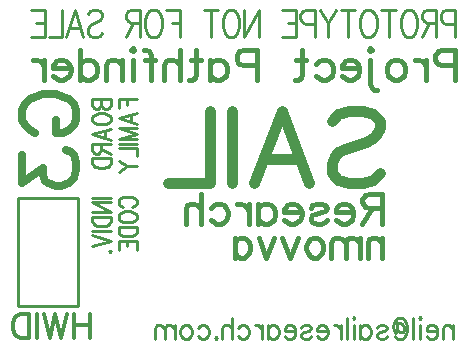
<source format=gbr>
G04 DipTrace 2.4.0.2*
%INBottomSilk.gbr*%
%MOIN*%
%ADD10C,0.0098*%
%ADD29C,0.01*%
%ADD49C,0.0154*%
%ADD133C,0.0278*%
%ADD134C,0.0124*%
%ADD135C,0.0371*%
%ADD136C,0.0108*%
%ADD137C,0.0093*%
%FSLAX44Y44*%
G04*
G70*
G90*
G75*
G01*
%LNBotSilk*%
%LPD*%
X500Y5000D2*
D29*
X2500D1*
Y1400D1*
X500D1*
Y5000D1*
X15096Y9404D2*
D49*
X14665D1*
X14522Y9452D1*
X14474Y9501D1*
X14426Y9596D1*
Y9739D1*
X14474Y9834D1*
X14522Y9883D1*
X14665Y9931D1*
X15096D1*
Y8926D1*
X14117Y9596D2*
Y8926D1*
Y9308D2*
X14069Y9452D1*
X13974Y9548D1*
X13878Y9596D1*
X13734D1*
X13186D2*
X13281Y9548D1*
X13377Y9452D1*
X13425Y9308D1*
Y9213D1*
X13377Y9069D1*
X13281Y8974D1*
X13186Y8926D1*
X13043D1*
X12946Y8974D1*
X12851Y9069D1*
X12803Y9213D1*
Y9308D1*
X12851Y9452D1*
X12946Y9548D1*
X13043Y9596D1*
X13186D1*
X12303Y9932D2*
X12254Y9884D1*
X12206Y9932D1*
X12254Y9979D1*
X12303Y9932D1*
X12254Y9597D2*
Y8783D1*
X12303Y8639D1*
X12398Y8592D1*
X12494D1*
X11898Y9308D2*
X11324D1*
Y9404D1*
X11372Y9501D1*
X11419Y9548D1*
X11515Y9596D1*
X11659D1*
X11754Y9548D1*
X11850Y9452D1*
X11898Y9308D1*
Y9213D1*
X11850Y9069D1*
X11754Y8974D1*
X11659Y8926D1*
X11515D1*
X11419Y8974D1*
X11324Y9069D1*
X10440Y9452D2*
X10537Y9548D1*
X10633Y9596D1*
X10775D1*
X10872Y9548D1*
X10967Y9452D1*
X11015Y9308D1*
Y9213D1*
X10967Y9069D1*
X10872Y8974D1*
X10775Y8926D1*
X10633D1*
X10537Y8974D1*
X10440Y9069D1*
X9988Y9931D2*
Y9117D1*
X9940Y8974D1*
X9844Y8926D1*
X9749D1*
X10132Y9596D2*
X9797D1*
X8468Y9404D2*
X8037D1*
X7895Y9452D1*
X7846Y9501D1*
X7799Y9596D1*
Y9739D1*
X7846Y9834D1*
X7895Y9883D1*
X8037Y9931D1*
X8468D1*
Y8926D1*
X6916Y9596D2*
Y8926D1*
Y9452D2*
X7011Y9548D1*
X7107Y9596D1*
X7250D1*
X7346Y9548D1*
X7441Y9452D1*
X7490Y9308D1*
Y9213D1*
X7441Y9069D1*
X7346Y8974D1*
X7250Y8926D1*
X7107D1*
X7011Y8974D1*
X6916Y9069D1*
X6464Y9931D2*
Y9117D1*
X6416Y8974D1*
X6320Y8926D1*
X6225D1*
X6607Y9596D2*
X6272D1*
X5916Y9931D2*
Y8926D1*
Y9404D2*
X5772Y9548D1*
X5676Y9596D1*
X5532D1*
X5437Y9548D1*
X5390Y9404D1*
Y8926D1*
X4699Y9931D2*
X4794D1*
X4890Y9883D1*
X4937Y9739D1*
Y8926D1*
X5081Y9596D2*
X4746D1*
X4390Y9931D2*
X4342Y9883D1*
X4294Y9931D1*
X4342Y9979D1*
X4390Y9931D1*
X4342Y9596D2*
Y8926D1*
X3985Y9596D2*
Y8926D1*
Y9404D2*
X3841Y9548D1*
X3745Y9596D1*
X3602D1*
X3506Y9548D1*
X3459Y9404D1*
Y8926D1*
X2576Y9931D2*
Y8926D1*
Y9452D2*
X2671Y9548D1*
X2767Y9596D1*
X2911D1*
X3006Y9548D1*
X3102Y9452D1*
X3150Y9308D1*
Y9213D1*
X3102Y9069D1*
X3006Y8974D1*
X2911Y8926D1*
X2767D1*
X2671Y8974D1*
X2576Y9069D1*
X2267Y9308D2*
X1694D1*
Y9404D1*
X1741Y9501D1*
X1789Y9548D1*
X1885Y9596D1*
X2029D1*
X2124Y9548D1*
X2220Y9452D1*
X2267Y9308D1*
Y9213D1*
X2220Y9069D1*
X2124Y8974D1*
X2029Y8926D1*
X1885D1*
X1789Y8974D1*
X1694Y9069D1*
X1385Y9596D2*
Y8926D1*
Y9308D2*
X1336Y9452D1*
X1241Y9548D1*
X1145Y9596D1*
X1001D1*
X15098Y10785D2*
D10*
X14787D1*
X14685Y10828D1*
X14650Y10872D1*
X14615Y10957D1*
Y11087D1*
X14650Y11172D1*
X14685Y11216D1*
X14787Y11259D1*
X15098D1*
Y10354D1*
X14458Y10828D2*
X14148D1*
X14045Y10872D1*
X14010Y10915D1*
X13976Y11000D1*
Y11087D1*
X14010Y11172D1*
X14045Y11216D1*
X14148Y11259D1*
X14458D1*
Y10354D1*
X14217Y10828D2*
X13976Y10354D1*
X13611Y11259D2*
X13680Y11216D1*
X13749Y11129D1*
X13784Y11044D1*
X13818Y10915D1*
Y10699D1*
X13784Y10570D1*
X13749Y10484D1*
X13680Y10398D1*
X13611Y10354D1*
X13474D1*
X13405Y10398D1*
X13336Y10484D1*
X13302Y10570D1*
X13267Y10699D1*
Y10915D1*
X13302Y11044D1*
X13336Y11129D1*
X13405Y11216D1*
X13474Y11259D1*
X13611D1*
X12869D2*
Y10354D1*
X13110Y11259D2*
X12628D1*
X12263D2*
X12332Y11216D1*
X12401Y11129D1*
X12436Y11044D1*
X12470Y10915D1*
Y10699D1*
X12436Y10570D1*
X12401Y10484D1*
X12332Y10398D1*
X12263Y10354D1*
X12125D1*
X12057Y10398D1*
X11988Y10484D1*
X11954Y10570D1*
X11919Y10699D1*
Y10915D1*
X11954Y11044D1*
X11988Y11129D1*
X12057Y11216D1*
X12125Y11259D1*
X12263D1*
X11521D2*
Y10354D1*
X11762Y11259D2*
X11280D1*
X11122D2*
X10847Y10828D1*
Y10354D1*
X10571Y11259D2*
X10847Y10828D1*
X10414Y10785D2*
X10103D1*
X10001Y10828D1*
X9966Y10872D1*
X9932Y10957D1*
Y11087D1*
X9966Y11172D1*
X10001Y11216D1*
X10103Y11259D1*
X10414D1*
Y10354D1*
X9327Y11259D2*
X9774D1*
Y10354D1*
X9327D1*
X9774Y10828D2*
X9499D1*
X8052Y11259D2*
Y10354D1*
X8534Y11259D1*
Y10354D1*
X7688Y11259D2*
X7757Y11216D1*
X7825Y11129D1*
X7860Y11044D1*
X7895Y10915D1*
Y10699D1*
X7860Y10570D1*
X7825Y10484D1*
X7757Y10398D1*
X7688Y10354D1*
X7550D1*
X7481Y10398D1*
X7412Y10484D1*
X7378Y10570D1*
X7344Y10699D1*
Y10915D1*
X7378Y11044D1*
X7412Y11129D1*
X7481Y11216D1*
X7550Y11259D1*
X7688D1*
X6945D2*
Y10354D1*
X7186Y11259D2*
X6704D1*
X5463D2*
X5911D1*
Y10354D1*
Y10828D2*
X5636D1*
X5099Y11259D2*
X5168Y11216D1*
X5237Y11129D1*
X5272Y11044D1*
X5306Y10915D1*
Y10699D1*
X5272Y10570D1*
X5237Y10484D1*
X5168Y10398D1*
X5099Y10354D1*
X4961D1*
X4893Y10398D1*
X4824Y10484D1*
X4789Y10570D1*
X4755Y10699D1*
Y10915D1*
X4789Y11044D1*
X4824Y11129D1*
X4893Y11216D1*
X4961Y11259D1*
X5099D1*
X4598Y10828D2*
X4288D1*
X4185Y10872D1*
X4150Y10915D1*
X4115Y11000D1*
Y11087D1*
X4150Y11172D1*
X4185Y11216D1*
X4288Y11259D1*
X4598D1*
Y10354D1*
X4357Y10828D2*
X4115Y10354D1*
X2841Y11129D2*
X2909Y11216D1*
X3013Y11259D1*
X3150D1*
X3254Y11216D1*
X3323Y11129D1*
Y11044D1*
X3288Y10957D1*
X3254Y10915D1*
X3185Y10872D1*
X2978Y10785D1*
X2909Y10742D1*
X2875Y10699D1*
X2841Y10613D1*
Y10484D1*
X2909Y10398D1*
X3013Y10354D1*
X3150D1*
X3254Y10398D1*
X3323Y10484D1*
X2132Y10354D2*
X2408Y11259D1*
X2683Y10354D1*
X2580Y10656D2*
X2235D1*
X1974Y11259D2*
Y10354D1*
X1561D1*
X956Y11259D2*
X1404D1*
Y10354D1*
X956D1*
X1404Y10828D2*
X1128D1*
X1079Y7158D2*
D133*
X908Y7244D1*
X735Y7417D1*
X649Y7588D1*
Y7932D1*
X735Y8105D1*
X908Y8276D1*
X1079Y8364D1*
X1338Y8449D1*
X1769D1*
X2026Y8364D1*
X2199Y8276D1*
X2370Y8105D1*
X2458Y7932D1*
Y7588D1*
X2370Y7417D1*
X2199Y7244D1*
X2026Y7158D1*
X1769D1*
Y7588D1*
X651Y6429D2*
Y5484D1*
X1340Y5999D1*
Y5741D1*
X1425Y5569D1*
X1511Y5484D1*
X1769Y5396D1*
X1941D1*
X2199Y5484D1*
X2372Y5655D1*
X2458Y5914D1*
Y6172D1*
X2372Y6429D1*
X2285Y6515D1*
X2114Y6602D1*
X2929Y1120D2*
D134*
Y317D1*
X2393Y1120D2*
Y317D1*
X2929Y738D2*
X2393D1*
X2146Y1120D2*
X1954Y317D1*
X1763Y1120D1*
X1572Y317D1*
X1380Y1120D1*
X1133D2*
Y317D1*
X886Y1120D2*
Y317D1*
X618D1*
X503Y356D1*
X426Y432D1*
X388Y509D1*
X350Y623D1*
Y815D1*
X388Y929D1*
X426Y1006D1*
X503Y1082D1*
X618Y1120D1*
X886D1*
X10969Y7544D2*
D135*
X11197Y7775D1*
X11542Y7889D1*
X12001D1*
X12346Y7775D1*
X12576Y7544D1*
Y7316D1*
X12460Y7085D1*
X12346Y6971D1*
X12117Y6857D1*
X11428Y6627D1*
X11197Y6512D1*
X11083Y6396D1*
X10969Y6168D1*
Y5823D1*
X11197Y5595D1*
X11542Y5478D1*
X12001D1*
X12346Y5595D1*
X12576Y5823D1*
X8389Y5478D2*
X9310Y7889D1*
X10228Y5478D1*
X9883Y6282D2*
X8734D1*
X7648Y7889D2*
Y5478D1*
X6907Y7889D2*
Y5478D1*
X5530D1*
X12665Y4651D2*
D49*
X12235D1*
X12091Y4699D1*
X12043Y4747D1*
X11995Y4842D1*
Y4938D1*
X12043Y5033D1*
X12091Y5082D1*
X12235Y5129D1*
X12665D1*
Y4124D1*
X12330Y4651D2*
X11995Y4124D1*
X11686Y4507D2*
X11113D1*
Y4603D1*
X11160Y4699D1*
X11208Y4747D1*
X11304Y4794D1*
X11447D1*
X11543Y4747D1*
X11639Y4651D1*
X11686Y4507D1*
Y4412D1*
X11639Y4268D1*
X11543Y4173D1*
X11447Y4124D1*
X11304D1*
X11208Y4173D1*
X11113Y4268D1*
X10278Y4651D2*
X10325Y4747D1*
X10469Y4794D1*
X10613D1*
X10756Y4747D1*
X10804Y4651D1*
X10756Y4556D1*
X10660Y4507D1*
X10421Y4459D1*
X10325Y4412D1*
X10278Y4316D1*
Y4268D1*
X10325Y4173D1*
X10469Y4124D1*
X10613D1*
X10756Y4173D1*
X10804Y4268D1*
X9969Y4507D2*
X9395D1*
Y4603D1*
X9443Y4699D1*
X9490Y4747D1*
X9586Y4794D1*
X9730D1*
X9825Y4747D1*
X9921Y4651D1*
X9969Y4507D1*
Y4412D1*
X9921Y4268D1*
X9825Y4173D1*
X9730Y4124D1*
X9586D1*
X9490Y4173D1*
X9395Y4268D1*
X8513Y4794D2*
Y4124D1*
Y4651D2*
X8608Y4747D1*
X8704Y4794D1*
X8846D1*
X8943Y4747D1*
X9038Y4651D1*
X9086Y4507D1*
Y4412D1*
X9038Y4268D1*
X8943Y4173D1*
X8846Y4124D1*
X8704D1*
X8608Y4173D1*
X8513Y4268D1*
X8204Y4794D2*
Y4124D1*
Y4507D2*
X8155Y4651D1*
X8060Y4747D1*
X7964Y4794D1*
X7820D1*
X6937Y4651D2*
X7033Y4747D1*
X7129Y4794D1*
X7272D1*
X7368Y4747D1*
X7463Y4651D1*
X7511Y4507D1*
Y4412D1*
X7463Y4268D1*
X7368Y4173D1*
X7272Y4124D1*
X7129D1*
X7033Y4173D1*
X6937Y4268D1*
X6628Y5129D2*
Y4124D1*
Y4603D2*
X6484Y4747D1*
X6388Y4794D1*
X6244D1*
X6149Y4747D1*
X6102Y4603D1*
Y4124D1*
X12661Y3665D2*
Y2995D1*
Y3473D2*
X12532Y3617D1*
X12445Y3665D1*
X12317D1*
X12230Y3617D1*
X12187Y3473D1*
Y2995D1*
X11909Y3665D2*
Y2995D1*
Y3473D2*
X11780Y3617D1*
X11694Y3665D1*
X11565D1*
X11479Y3617D1*
X11436Y3473D1*
Y2995D1*
Y3473D2*
X11307Y3617D1*
X11220Y3665D1*
X11092D1*
X11005Y3617D1*
X10961Y3473D1*
Y2995D1*
X10469Y3665D2*
X10554Y3617D1*
X10641Y3521D1*
X10683Y3377D1*
Y3282D1*
X10641Y3138D1*
X10554Y3043D1*
X10469Y2995D1*
X10339D1*
X10253Y3043D1*
X10167Y3138D1*
X10123Y3282D1*
Y3377D1*
X10167Y3521D1*
X10253Y3617D1*
X10339Y3665D1*
X10469D1*
X9845D2*
X9587Y2995D1*
X9329Y3665D1*
X9051D2*
X8793Y2995D1*
X8535Y3665D1*
X7741D2*
Y2995D1*
Y3521D2*
X7826Y3617D1*
X7913Y3665D1*
X8041D1*
X8128Y3617D1*
X8213Y3521D1*
X8257Y3377D1*
Y3282D1*
X8213Y3138D1*
X8128Y3043D1*
X8041Y2995D1*
X7913D1*
X7826Y3043D1*
X7741Y3138D1*
X15022Y753D2*
D136*
Y284D1*
Y619D2*
X14932Y719D1*
X14871Y753D1*
X14781D1*
X14721Y719D1*
X14691Y619D1*
Y284D1*
X14496Y551D2*
X14135D1*
Y619D1*
X14165Y686D1*
X14195Y719D1*
X14255Y753D1*
X14346D1*
X14406Y719D1*
X14466Y652D1*
X14496Y551D1*
Y485D1*
X14466Y384D1*
X14406Y318D1*
X14346Y284D1*
X14255D1*
X14195Y318D1*
X14135Y384D1*
X13940Y987D2*
X13910Y954D1*
X13879Y987D1*
X13910Y1021D1*
X13940Y987D1*
X13910Y753D2*
Y284D1*
X13685Y987D2*
Y284D1*
X13159Y819D2*
X13249D1*
X13309Y786D1*
X13340Y753D1*
X13370Y685D1*
Y551D1*
X13340Y518D1*
X13279D1*
X13159Y551D1*
X13129Y485D1*
X13099D1*
X13038Y551D1*
X13009Y719D1*
X13038Y819D1*
X13068Y886D1*
X13129Y953D1*
X13189Y986D1*
X13309D1*
X13370Y953D1*
X13430Y886D1*
X13460Y819D1*
X13490Y719D1*
Y551D1*
X13460Y451D1*
X13430Y384D1*
X13370Y317D1*
X13309Y284D1*
X13189D1*
X13129Y317D1*
X13068Y384D1*
X13159Y852D2*
Y551D1*
X12482Y652D2*
X12512Y719D1*
X12603Y753D1*
X12694D1*
X12784Y719D1*
X12814Y652D1*
X12784Y585D1*
X12723Y551D1*
X12573Y518D1*
X12512Y485D1*
X12482Y418D1*
Y384D1*
X12512Y318D1*
X12603Y284D1*
X12694D1*
X12784Y318D1*
X12814Y384D1*
X11927Y753D2*
Y284D1*
Y652D2*
X11986Y719D1*
X12047Y753D1*
X12137D1*
X12197Y719D1*
X12257Y652D1*
X12288Y551D1*
Y485D1*
X12257Y384D1*
X12197Y318D1*
X12137Y284D1*
X12047D1*
X11986Y318D1*
X11927Y384D1*
X11732Y987D2*
X11702Y954D1*
X11671Y987D1*
X11702Y1021D1*
X11732Y987D1*
X11702Y753D2*
Y284D1*
X11477Y987D2*
Y284D1*
X11282Y753D2*
Y284D1*
Y551D2*
X11252Y652D1*
X11192Y719D1*
X11131Y753D1*
X11041D1*
X10846Y551D2*
X10485D1*
Y619D1*
X10515Y686D1*
X10545Y719D1*
X10605Y753D1*
X10696D1*
X10756Y719D1*
X10816Y652D1*
X10846Y551D1*
Y485D1*
X10816Y384D1*
X10756Y318D1*
X10696Y284D1*
X10605D1*
X10545Y318D1*
X10485Y384D1*
X9959Y652D2*
X9989Y719D1*
X10079Y753D1*
X10170D1*
X10260Y719D1*
X10290Y652D1*
X10260Y585D1*
X10200Y551D1*
X10049Y518D1*
X9989Y485D1*
X9959Y418D1*
Y384D1*
X9989Y318D1*
X10079Y284D1*
X10170D1*
X10260Y318D1*
X10290Y384D1*
X9764Y551D2*
X9403D1*
Y619D1*
X9433Y686D1*
X9463Y719D1*
X9523Y753D1*
X9614D1*
X9674Y719D1*
X9734Y652D1*
X9764Y551D1*
Y485D1*
X9734Y384D1*
X9674Y318D1*
X9614Y284D1*
X9523D1*
X9463Y318D1*
X9403Y384D1*
X8847Y753D2*
Y284D1*
Y652D2*
X8907Y719D1*
X8967Y753D1*
X9057D1*
X9118Y719D1*
X9178Y652D1*
X9208Y551D1*
Y485D1*
X9178Y384D1*
X9118Y318D1*
X9057Y284D1*
X8967D1*
X8907Y318D1*
X8847Y384D1*
X8652Y753D2*
Y284D1*
Y551D2*
X8622Y652D1*
X8562Y719D1*
X8501Y753D1*
X8411D1*
X7854Y652D2*
X7915Y719D1*
X7975Y753D1*
X8065D1*
X8126Y719D1*
X8185Y652D1*
X8216Y551D1*
Y485D1*
X8185Y384D1*
X8126Y318D1*
X8065Y284D1*
X7975D1*
X7915Y318D1*
X7854Y384D1*
X7659Y987D2*
Y284D1*
Y619D2*
X7569Y719D1*
X7508Y753D1*
X7418D1*
X7358Y719D1*
X7328Y619D1*
Y284D1*
X7103Y351D2*
X7133Y317D1*
X7103Y284D1*
X7073Y317D1*
X7103Y351D1*
X6516Y652D2*
X6577Y719D1*
X6637Y753D1*
X6727D1*
X6788Y719D1*
X6848Y652D1*
X6878Y551D1*
Y485D1*
X6848Y384D1*
X6788Y318D1*
X6727Y284D1*
X6637D1*
X6577Y318D1*
X6516Y384D1*
X6171Y753D2*
X6231Y719D1*
X6292Y652D1*
X6322Y551D1*
Y485D1*
X6292Y384D1*
X6231Y318D1*
X6171Y284D1*
X6081D1*
X6020Y318D1*
X5960Y384D1*
X5930Y485D1*
Y551D1*
X5960Y652D1*
X6020Y719D1*
X6081Y753D1*
X6171D1*
X5735D2*
Y284D1*
Y619D2*
X5644Y719D1*
X5584Y753D1*
X5494D1*
X5433Y719D1*
X5404Y619D1*
Y284D1*
Y619D2*
X5313Y719D1*
X5252Y753D1*
X5163D1*
X5102Y719D1*
X5071Y619D1*
Y284D1*
X2997Y8280D2*
D137*
X3599D1*
Y8074D1*
X3570Y8005D1*
X3542Y7982D1*
X3485Y7959D1*
X3399D1*
X3341Y7982D1*
X3312Y8005D1*
X3284Y8074D1*
X3255Y8005D1*
X3226Y7982D1*
X3169Y7959D1*
X3111D1*
X3054Y7982D1*
X3025Y8005D1*
X2997Y8074D1*
Y8280D1*
X3284D2*
Y8074D1*
X2997Y7673D2*
X3025Y7719D1*
X3083Y7765D1*
X3140Y7788D1*
X3226Y7811D1*
X3370D1*
X3456Y7788D1*
X3513Y7765D1*
X3570Y7719D1*
X3599Y7673D1*
Y7581D1*
X3570Y7535D1*
X3513Y7489D1*
X3456Y7466D1*
X3370Y7444D1*
X3226D1*
X3140Y7466D1*
X3083Y7489D1*
X3025Y7535D1*
X2997Y7581D1*
Y7673D1*
X3599Y6928D2*
X2997Y7112D1*
X3599Y7295D1*
X3399Y7226D2*
Y6997D1*
X3284Y6779D2*
Y6573D1*
X3255Y6504D1*
X3226Y6481D1*
X3169Y6458D1*
X3111D1*
X3054Y6481D1*
X3025Y6504D1*
X2997Y6573D1*
Y6779D1*
X3599D1*
X3284Y6619D2*
X3599Y6458D1*
X2997Y6310D2*
X3599D1*
Y6149D1*
X3570Y6080D1*
X3513Y6034D1*
X3456Y6011D1*
X3370Y5988D1*
X3226D1*
X3140Y6011D1*
X3083Y6034D1*
X3025Y6080D1*
X2997Y6149D1*
Y6310D1*
X3867Y7977D2*
Y8275D1*
X4469D1*
X4154D2*
Y8092D1*
X4469Y7461D2*
X3867Y7645D1*
X4469Y7828D1*
X4269Y7759D2*
Y7530D1*
X4469Y6945D2*
X3867D1*
X4469Y7129D1*
X3867Y7312D1*
X4469D1*
X3867Y6797D2*
X4469D1*
X3867Y6649D2*
X4469D1*
Y6373D1*
X3867Y6225D2*
X4154Y6042D1*
X4469D1*
X3867Y5858D2*
X4154Y6042D1*
X2997Y4986D2*
X3599D1*
X2997Y4516D2*
X3599D1*
X2997Y4837D1*
X3599D1*
X2997Y4368D2*
X3599D1*
Y4207D1*
X3570Y4138D1*
X3513Y4092D1*
X3456Y4069D1*
X3370Y4046D1*
X3226D1*
X3140Y4069D1*
X3083Y4092D1*
X3025Y4138D1*
X2997Y4207D1*
Y4368D1*
Y3898D2*
X3599D1*
X2997Y3750D2*
X3599Y3566D1*
X2997Y3382D1*
X3542Y3211D2*
X3571Y3234D1*
X3599Y3211D1*
X3571Y3188D1*
X3542Y3211D1*
X4010Y4690D2*
X3953Y4712D1*
X3895Y4759D1*
X3867Y4804D1*
Y4896D1*
X3895Y4942D1*
X3953Y4988D1*
X4010Y5011D1*
X4096Y5034D1*
X4240D1*
X4326Y5011D1*
X4383Y4988D1*
X4440Y4942D1*
X4469Y4896D1*
Y4804D1*
X4440Y4759D1*
X4383Y4712D1*
X4326Y4690D1*
X3867Y4403D2*
X3895Y4450D1*
X3953Y4495D1*
X4010Y4519D1*
X4096Y4541D1*
X4240D1*
X4326Y4519D1*
X4383Y4495D1*
X4440Y4450D1*
X4469Y4403D1*
Y4312D1*
X4440Y4266D1*
X4383Y4220D1*
X4326Y4197D1*
X4240Y4174D1*
X4096D1*
X4010Y4197D1*
X3953Y4220D1*
X3895Y4266D1*
X3867Y4312D1*
Y4403D1*
Y4026D2*
X4469D1*
Y3865D1*
X4440Y3796D1*
X4383Y3750D1*
X4326Y3727D1*
X4240Y3705D1*
X4096D1*
X4010Y3727D1*
X3953Y3750D1*
X3895Y3796D1*
X3867Y3865D1*
Y4026D1*
Y3258D2*
Y3556D1*
X4469D1*
Y3258D1*
X4154Y3556D2*
Y3373D1*
M02*

</source>
